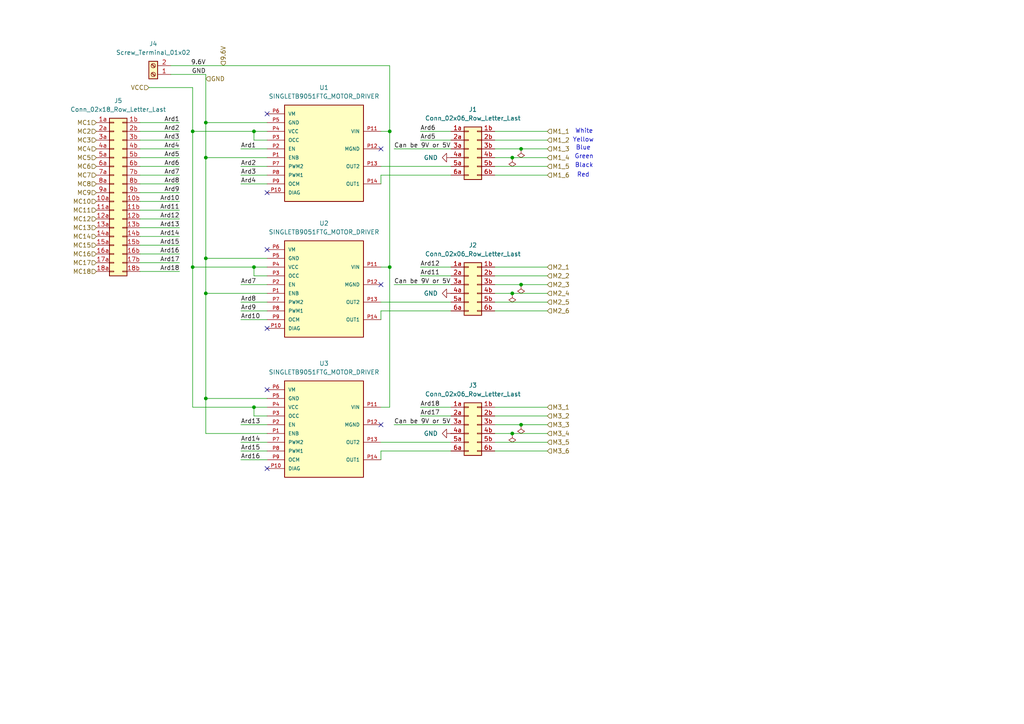
<source format=kicad_sch>
(kicad_sch (version 20250114) (generator "eeschema") (generator_version "9.0")
  (paper "A4")
  (title_block (title "Motor Controller Proto-Board"))
  (lib_symbols
    (symbol "Connector:Screw_Terminal_01x02" (pin_names (offset 1.016) (hide yes))
      (property "Reference" "J" (at 0 2.54 0))
      (property "Value" "Screw_Terminal_01x02" (at 0 -5.08 0))
      (symbol "Screw_Terminal_01x02_1_1"
        (rectangle (start -1.27 1.27) (end 1.27 -3.81) (stroke (width 0.254)) (fill (type background)))
        (polyline (pts (xy -0.5334 0.3302) (xy 0.3302 -0.508)) (stroke (width 0.1524)))
        (polyline (pts (xy -0.5334 -2.2098) (xy 0.3302 -3.048)) (stroke (width 0.1524)))
        (polyline (pts (xy -0.3556 0.508) (xy 0.508 -0.3302)) (stroke (width 0.1524)))
        (polyline (pts (xy -0.3556 -2.032) (xy 0.508 -2.8702)) (stroke (width 0.1524)))
        (circle (center 0 0) (radius 0.635) (stroke (width 0.1524)))
        (circle (center 0 -2.54) (radius 0.635) (stroke (width 0.1524)))
        (pin passive line (at -5.08 0 0) (length 3.81) (name "Pin_1") (number "1"))
        (pin passive line (at -5.08 -2.54 0) (length 3.81) (name "Pin_2") (number "2"))
      )
    )
    (symbol "Connector_Generic:Conn_02x06_Row_Letter_Last" (pin_names (offset 1.016) (hide yes))
      (property "Reference" "J" (at 1.27 7.62 0))
      (property "Value" "Conn_02x06_Row_Letter_Last" (at 1.27 -10.16 0))
      (symbol "Conn_02x06_Row_Letter_Last_1_1"
        (rectangle (start -1.27 6.35) (end 3.81 -8.89) (stroke (width 0.254)) (fill (type background)))
        (rectangle (start -1.27 5.207) (end 0 4.953) (stroke (width 0.1524)))
        (rectangle (start -1.27 2.667) (end 0 2.413) (stroke (width 0.1524)))
        (rectangle (start -1.27 0.127) (end 0 -0.127) (stroke (width 0.1524)))
        (rectangle (start -1.27 -2.413) (end 0 -2.667) (stroke (width 0.1524)))
        (rectangle (start -1.27 -4.953) (end 0 -5.207) (stroke (width 0.1524)))
        (rectangle (start -1.27 -7.493) (end 0 -7.747) (stroke (width 0.1524)))
        (rectangle (start 3.81 5.207) (end 2.54 4.953) (stroke (width 0.1524)))
        (rectangle (start 3.81 2.667) (end 2.54 2.413) (stroke (width 0.1524)))
        (rectangle (start 3.81 0.127) (end 2.54 -0.127) (stroke (width 0.1524)))
        (rectangle (start 3.81 -2.413) (end 2.54 -2.667) (stroke (width 0.1524)))
        (rectangle (start 3.81 -4.953) (end 2.54 -5.207) (stroke (width 0.1524)))
        (rectangle (start 3.81 -7.493) (end 2.54 -7.747) (stroke (width 0.1524)))
        (pin passive line (at -5.08 5.08 0) (length 3.81) (name "Pin_1a") (number "1a"))
        (pin passive line (at -5.08 2.54 0) (length 3.81) (name "Pin_2a") (number "2a"))
        (pin passive line (at -5.08 0 0) (length 3.81) (name "Pin_3a") (number "3a"))
        (pin passive line (at -5.08 -2.54 0) (length 3.81) (name "Pin_4a") (number "4a"))
        (pin passive line (at -5.08 -5.08 0) (length 3.81) (name "Pin_5a") (number "5a"))
        (pin passive line (at -5.08 -7.62 0) (length 3.81) (name "Pin_6a") (number "6a"))
        (pin passive line (at 7.62 5.08 180) (length 3.81) (name "Pin_1b") (number "1b"))
        (pin passive line (at 7.62 2.54 180) (length 3.81) (name "Pin_2b") (number "2b"))
        (pin passive line (at 7.62 0 180) (length 3.81) (name "Pin_3b") (number "3b"))
        (pin passive line (at 7.62 -2.54 180) (length 3.81) (name "Pin_4b") (number "4b"))
        (pin passive line (at 7.62 -5.08 180) (length 3.81) (name "Pin_5b") (number "5b"))
        (pin passive line (at 7.62 -7.62 180) (length 3.81) (name "Pin_6b") (number "6b"))
      )
    )
    (symbol "Connector_Generic:Conn_02x18_Row_Letter_Last" (pin_names (offset 1.016) (hide yes))
      (property "Reference" "J" (at 1.27 22.86 0))
      (property "Value" "Conn_02x18_Row_Letter_Last" (at 1.27 -25.4 0))
      (symbol "Conn_02x18_Row_Letter_Last_1_1"
        (rectangle (start -1.27 21.59) (end 3.81 -24.13) (stroke (width 0.254)) (fill (type background)))
        (rectangle (start -1.27 20.447) (end 0 20.193) (stroke (width 0.1524)))
        (rectangle (start -1.27 17.907) (end 0 17.653) (stroke (width 0.1524)))
        (rectangle (start -1.27 15.367) (end 0 15.113) (stroke (width 0.1524)))
        (rectangle (start -1.27 12.827) (end 0 12.573) (stroke (width 0.1524)))
        (rectangle (start -1.27 10.287) (end 0 10.033) (stroke (width 0.1524)))
        (rectangle (start -1.27 7.747) (end 0 7.493) (stroke (width 0.1524)))
        (rectangle (start -1.27 5.207) (end 0 4.953) (stroke (width 0.1524)))
        (rectangle (start -1.27 2.667) (end 0 2.413) (stroke (width 0.1524)))
        (rectangle (start -1.27 0.127) (end 0 -0.127) (stroke (width 0.1524)))
        (rectangle (start -1.27 -2.413) (end 0 -2.667) (stroke (width 0.1524)))
        (rectangle (start -1.27 -4.953) (end 0 -5.207) (stroke (width 0.1524)))
        (rectangle (start -1.27 -7.493) (end 0 -7.747) (stroke (width 0.1524)))
        (rectangle (start -1.27 -10.033) (end 0 -10.287) (stroke (width 0.1524)))
        (rectangle (start -1.27 -12.573) (end 0 -12.827) (stroke (width 0.1524)))
        (rectangle (start -1.27 -15.113) (end 0 -15.367) (stroke (width 0.1524)))
        (rectangle (start -1.27 -17.653) (end 0 -17.907) (stroke (width 0.1524)))
        (rectangle (start -1.27 -20.193) (end 0 -20.447) (stroke (width 0.1524)))
        (rectangle (start -1.27 -22.733) (end 0 -22.987) (stroke (width 0.1524)))
        (rectangle (start 3.81 20.447) (end 2.54 20.193) (stroke (width 0.1524)))
        (rectangle (start 3.81 17.907) (end 2.54 17.653) (stroke (width 0.1524)))
        (rectangle (start 3.81 15.367) (end 2.54 15.113) (stroke (width 0.1524)))
        (rectangle (start 3.81 12.827) (end 2.54 12.573) (stroke (width 0.1524)))
        (rectangle (start 3.81 10.287) (end 2.54 10.033) (stroke (width 0.1524)))
        (rectangle (start 3.81 7.747) (end 2.54 7.493) (stroke (width 0.1524)))
        (rectangle (start 3.81 5.207) (end 2.54 4.953) (stroke (width 0.1524)))
        (rectangle (start 3.81 2.667) (end 2.54 2.413) (stroke (width 0.1524)))
        (rectangle (start 3.81 0.127) (end 2.54 -0.127) (stroke (width 0.1524)))
        (rectangle (start 3.81 -2.413) (end 2.54 -2.667) (stroke (width 0.1524)))
        (rectangle (start 3.81 -4.953) (end 2.54 -5.207) (stroke (width 0.1524)))
        (rectangle (start 3.81 -7.493) (end 2.54 -7.747) (stroke (width 0.1524)))
        (rectangle (start 3.81 -10.033) (end 2.54 -10.287) (stroke (width 0.1524)))
        (rectangle (start 3.81 -12.573) (end 2.54 -12.827) (stroke (width 0.1524)))
        (rectangle (start 3.81 -15.113) (end 2.54 -15.367) (stroke (width 0.1524)))
        (rectangle (start 3.81 -17.653) (end 2.54 -17.907) (stroke (width 0.1524)))
        (rectangle (start 3.81 -20.193) (end 2.54 -20.447) (stroke (width 0.1524)))
        (rectangle (start 3.81 -22.733) (end 2.54 -22.987) (stroke (width 0.1524)))
        (pin passive line (at -5.08 20.32 0) (length 3.81) (name "Pin_1a") (number "1a"))
        (pin passive line (at -5.08 17.78 0) (length 3.81) (name "Pin_2a") (number "2a"))
        (pin passive line (at -5.08 15.24 0) (length 3.81) (name "Pin_3a") (number "3a"))
        (pin passive line (at -5.08 12.7 0) (length 3.81) (name "Pin_4a") (number "4a"))
        (pin passive line (at -5.08 10.16 0) (length 3.81) (name "Pin_5a") (number "5a"))
        (pin passive line (at -5.08 7.62 0) (length 3.81) (name "Pin_6a") (number "6a"))
        (pin passive line (at -5.08 5.08 0) (length 3.81) (name "Pin_7a") (number "7a"))
        (pin passive line (at -5.08 2.54 0) (length 3.81) (name "Pin_8a") (number "8a"))
        (pin passive line (at -5.08 0 0) (length 3.81) (name "Pin_9a") (number "9a"))
        (pin passive line (at -5.08 -2.54 0) (length 3.81) (name "Pin_10a") (number "10a"))
        (pin passive line (at -5.08 -5.08 0) (length 3.81) (name "Pin_11a") (number "11a"))
        (pin passive line (at -5.08 -7.62 0) (length 3.81) (name "Pin_12a") (number "12a"))
        (pin passive line (at -5.08 -10.16 0) (length 3.81) (name "Pin_13a") (number "13a"))
        (pin passive line (at -5.08 -12.7 0) (length 3.81) (name "Pin_14a") (number "14a"))
        (pin passive line (at -5.08 -15.24 0) (length 3.81) (name "Pin_15a") (number "15a"))
        (pin passive line (at -5.08 -17.78 0) (length 3.81) (name "Pin_16a") (number "16a"))
        (pin passive line (at -5.08 -20.32 0) (length 3.81) (name "Pin_17a") (number "17a"))
        (pin passive line (at -5.08 -22.86 0) (length 3.81) (name "Pin_18a") (number "18a"))
        (pin passive line (at 7.62 20.32 180) (length 3.81) (name "Pin_1b") (number "1b"))
        (pin passive line (at 7.62 17.78 180) (length 3.81) (name "Pin_2b") (number "2b"))
        (pin passive line (at 7.62 15.24 180) (length 3.81) (name "Pin_3b") (number "3b"))
        (pin passive line (at 7.62 12.7 180) (length 3.81) (name "Pin_4b") (number "4b"))
        (pin passive line (at 7.62 10.16 180) (length 3.81) (name "Pin_5b") (number "5b"))
        (pin passive line (at 7.62 7.62 180) (length 3.81) (name "Pin_6b") (number "6b"))
        (pin passive line (at 7.62 5.08 180) (length 3.81) (name "Pin_7b") (number "7b"))
        (pin passive line (at 7.62 2.54 180) (length 3.81) (name "Pin_8b") (number "8b"))
        (pin passive line (at 7.62 0 180) (length 3.81) (name "Pin_9b") (number "9b"))
        (pin passive line (at 7.62 -2.54 180) (length 3.81) (name "Pin_10b") (number "10b"))
        (pin passive line (at 7.62 -5.08 180) (length 3.81) (name "Pin_11b") (number "11b"))
        (pin passive line (at 7.62 -7.62 180) (length 3.81) (name "Pin_12b") (number "12b"))
        (pin passive line (at 7.62 -10.16 180) (length 3.81) (name "Pin_13b") (number "13b"))
        (pin passive line (at 7.62 -12.7 180) (length 3.81) (name "Pin_14b") (number "14b"))
        (pin passive line (at 7.62 -15.24 180) (length 3.81) (name "Pin_15b") (number "15b"))
        (pin passive line (at 7.62 -17.78 180) (length 3.81) (name "Pin_16b") (number "16b"))
        (pin passive line (at 7.62 -20.32 180) (length 3.81) (name "Pin_17b") (number "17b"))
        (pin passive line (at 7.62 -22.86 180) (length 3.81) (name "Pin_18b") (number "18b"))
      )
    )
    (symbol "ME3230:SINGLETB9051FTG_MOTOR_DRIVER" (pin_names (offset 1.016))
      (property "Reference" "U" (at -10.16 15.24 0))
      (property "Value" "SINGLETB9051FTG_MOTOR_DRIVER" (at -10.16 -15.24 0))
      (symbol "SINGLETB9051FTG_MOTOR_DRIVER_0_0"
        (rectangle (start -10.16 -12.7) (end 12.7 15.24) (stroke (width 0.254)) (fill (type background)))
        (pin input line (at -15.24 5.08 0) (length 5.08) (name "OCC") (number "P3"))
        (pin input line (at -15.24 2.54 0) (length 5.08) (name "EN") (number "P2"))
        (pin input line (at -15.24 0 0) (length 5.08) (name "ENB") (number "P1"))
        (pin input line (at -15.24 -2.54 0) (length 5.08) (name "PWM2") (number "P7"))
        (pin input line (at -15.24 -5.08 0) (length 5.08) (name "PWM1") (number "P8"))
        (pin output line (at -15.24 -7.62 0) (length 5.08) (name "OCM") (number "P9"))
        (pin output line (at -15.24 -10.16 0) (length 5.08) (name "DIAG") (number "P10"))
        (pin power_in line (at 17.78 2.54 180) (length 5.08) (name "MGND") (number "P12"))
        (pin bidirectional line (at 17.78 -2.54 180) (length 5.08) (name "OUT2") (number "P13"))
        (pin bidirectional line (at 17.78 -7.62 180) (length 5.08) (name "OUT1") (number "P14"))
      )
      (symbol "SINGLETB9051FTG_MOTOR_DRIVER_1_0"
        (pin power_out line (at -15.24 12.7 0) (length 5.08) (name "VM") (number "P6"))
        (pin power_in line (at -15.24 10.16 0) (length 5.08) (name "GND") (number "P5"))
        (pin power_in line (at -15.24 7.62 0) (length 5.08) (name "VCC") (number "P4"))
        (pin power_in line (at 17.78 7.62 180) (length 5.08) (name "VIN") (number "P11"))
      )
    )
    (symbol "power:GND" (power) (pin_numbers (hide yes)) (pin_names (offset 0) (hide yes))
      (property "Value" "GND" (at 0 -3.81 0))
      (symbol "GND_0_1"
        (polyline (pts (xy 0 0) (xy 0 -1.27) (xy 1.27 -1.27) (xy 0 -2.54) (xy -1.27 -1.27) (xy 0 -1.27)))
      )
      (symbol "GND_1_1"
        (pin power_in line (at 0 0 270) (length 0) (name "~") (number "1"))
      )
    )
    (symbol "power:PWR_FLAG" (power) (pin_numbers (hide yes)) (pin_names (offset 0) (hide yes))
      (property "Value" "PWR_FLAG" (at 0 3.81 0))
      (symbol "PWR_FLAG_0_0"
        (pin power_out line (at 0 0 90) (length 0) (name "~") (number "1"))
      )
      (symbol "PWR_FLAG_0_1"
        (polyline (pts (xy 0 0) (xy 0 1.27) (xy -1.016 1.905) (xy 0 2.54) (xy 1.016 1.905) (xy 0 1.27)))
      )
    )
  )
  (text "Blue" (at 169.164 42.926 0) (effects (font (size 1.27 1.27))))
  (text "Red" (at 169.164 50.8 0) (effects (font (size 1.27 1.27))))
  (text "Green" (at 169.418 45.466 0) (effects (font (size 1.27 1.27))))
  (text "Yellow" (at 169.164 40.64 0) (effects (font (size 1.27 1.27))))
  (text "White" (at 169.418 38.1 0) (effects (font (size 1.27 1.27))))
  (text "Black" (at 169.418 48.006 0) (effects (font (size 1.27 1.27))))
  (junction (at 113.03 38.1))
  (junction (at 59.69 85.09))
  (junction (at 59.69 74.93))
  (junction (at 113.03 77.47))
  (junction (at 73.66 77.47))
  (junction (at 151.13 43.18))
  (junction (at 73.66 118.11))
  (junction (at 73.66 38.1))
  (junction (at 59.69 115.57))
  (junction (at 148.59 85.09))
  (junction (at 59.69 45.72))
  (junction (at 148.59 45.72))
  (junction (at 151.13 123.19))
  (junction (at 55.88 77.47))
  (junction (at 151.13 82.55))
  (junction (at 59.69 35.56))
  (junction (at 55.88 38.1))
  (junction (at 148.59 125.73))
  (no_connect (at 77.47 55.88))
  (no_connect (at 77.47 113.03))
  (no_connect (at 77.47 95.25))
  (no_connect (at 110.49 123.19))
  (no_connect (at 77.47 33.02))
  (no_connect (at 77.47 72.39))
  (no_connect (at 77.47 135.89))
  (no_connect (at 110.49 43.18))
  (no_connect (at 110.49 82.55))
  (wire (pts (xy 69.85 128.27) (xy 77.47 128.27)))
  (wire (pts (xy 158.75 45.72) (xy 148.59 45.72)))
  (wire (pts (xy 158.75 40.64) (xy 143.51 40.64)))
  (wire (pts (xy 121.92 80.01) (xy 130.81 80.01)))
  (wire (pts (xy 69.85 130.81) (xy 77.47 130.81)))
  (wire (pts (xy 110.49 133.35) (xy 110.49 130.81)))
  (wire (pts (xy 158.75 125.73) (xy 148.59 125.73)))
  (wire (pts (xy 49.53 19.05) (xy 113.03 19.05)))
  (wire (pts (xy 77.47 123.19) (xy 69.85 123.19)))
  (wire (pts (xy 69.85 53.34) (xy 77.47 53.34)))
  (wire (pts (xy 69.85 48.26) (xy 77.47 48.26)))
  (wire (pts (xy 143.51 128.27) (xy 158.75 128.27)))
  (wire (pts (xy 73.66 120.65) (xy 77.47 120.65)))
  (wire (pts (xy 55.88 77.47) (xy 55.88 118.11)))
  (wire (pts (xy 114.3 123.19) (xy 130.81 123.19)))
  (wire (pts (xy 40.64 53.34) (xy 52.07 53.34)))
  (wire (pts (xy 110.49 87.63) (xy 130.81 87.63)))
  (wire (pts (xy 77.47 125.73) (xy 59.69 125.73)))
  (wire (pts (xy 69.85 133.35) (xy 77.47 133.35)))
  (wire (pts (xy 40.64 58.42) (xy 52.07 58.42)))
  (wire (pts (xy 55.88 38.1) (xy 55.88 25.4)))
  (wire (pts (xy 110.49 128.27) (xy 130.81 128.27)))
  (wire (pts (xy 158.75 43.18) (xy 151.13 43.18)))
  (wire (pts (xy 40.64 78.74) (xy 52.07 78.74)))
  (wire (pts (xy 59.69 21.59) (xy 59.69 35.56)))
  (wire (pts (xy 69.85 90.17) (xy 77.47 90.17)))
  (wire (pts (xy 43.18 25.4) (xy 55.88 25.4)))
  (wire (pts (xy 158.75 130.81) (xy 143.51 130.81)))
  (wire (pts (xy 158.75 85.09) (xy 148.59 85.09)))
  (wire (pts (xy 40.64 35.56) (xy 52.07 35.56)))
  (wire (pts (xy 73.66 118.11) (xy 73.66 120.65)))
  (wire (pts (xy 110.49 90.17) (xy 110.49 92.71)))
  (wire (pts (xy 121.92 120.65) (xy 130.81 120.65)))
  (wire (pts (xy 40.64 73.66) (xy 52.07 73.66)))
  (wire (pts (xy 158.75 123.19) (xy 151.13 123.19)))
  (wire (pts (xy 69.85 92.71) (xy 77.47 92.71)))
  (wire (pts (xy 110.49 90.17) (xy 130.81 90.17)))
  (wire (pts (xy 77.47 82.55) (xy 69.85 82.55)))
  (wire (pts (xy 148.59 45.72) (xy 143.51 45.72)))
  (wire (pts (xy 59.69 35.56) (xy 77.47 35.56)))
  (wire (pts (xy 121.92 77.47) (xy 130.81 77.47)))
  (wire (pts (xy 40.64 71.12) (xy 52.07 71.12)))
  (wire (pts (xy 40.64 45.72) (xy 52.07 45.72)))
  (wire (pts (xy 121.92 40.64) (xy 130.81 40.64)))
  (wire (pts (xy 158.75 38.1) (xy 143.51 38.1)))
  (wire (pts (xy 73.66 40.64) (xy 73.66 38.1)))
  (wire (pts (xy 121.92 38.1) (xy 130.81 38.1)))
  (wire (pts (xy 59.69 85.09) (xy 77.47 85.09)))
  (wire (pts (xy 59.69 115.57) (xy 77.47 115.57)))
  (wire (pts (xy 59.69 45.72) (xy 77.47 45.72)))
  (wire (pts (xy 113.03 77.47) (xy 110.49 77.47)))
  (wire (pts (xy 143.51 87.63) (xy 158.75 87.63)))
  (wire (pts (xy 59.69 35.56) (xy 59.69 45.72)))
  (wire (pts (xy 158.75 82.55) (xy 151.13 82.55)))
  (wire (pts (xy 40.64 43.18) (xy 52.07 43.18)))
  (wire (pts (xy 73.66 77.47) (xy 55.88 77.47)))
  (wire (pts (xy 40.64 40.64) (xy 52.07 40.64)))
  (wire (pts (xy 77.47 118.11) (xy 73.66 118.11)))
  (wire (pts (xy 73.66 118.11) (xy 55.88 118.11)))
  (wire (pts (xy 114.3 43.18) (xy 130.81 43.18)))
  (wire (pts (xy 40.64 66.04) (xy 52.07 66.04)))
  (wire (pts (xy 77.47 40.64) (xy 73.66 40.64)))
  (wire (pts (xy 158.75 77.47) (xy 143.51 77.47)))
  (wire (pts (xy 55.88 38.1) (xy 55.88 77.47)))
  (wire (pts (xy 113.03 38.1) (xy 113.03 77.47)))
  (wire (pts (xy 113.03 77.47) (xy 113.03 118.11)))
  (wire (pts (xy 113.03 118.11) (xy 110.49 118.11)))
  (wire (pts (xy 121.92 118.11) (xy 130.81 118.11)))
  (wire (pts (xy 77.47 80.01) (xy 73.66 80.01)))
  (wire (pts (xy 158.75 90.17) (xy 143.51 90.17)))
  (wire (pts (xy 69.85 43.18) (xy 77.47 43.18)))
  (wire (pts (xy 59.69 85.09) (xy 59.69 115.57)))
  (wire (pts (xy 158.75 118.11) (xy 143.51 118.11)))
  (wire (pts (xy 110.49 50.8) (xy 130.81 50.8)))
  (wire (pts (xy 69.85 87.63) (xy 77.47 87.63)))
  (wire (pts (xy 40.64 50.8) (xy 52.07 50.8)))
  (wire (pts (xy 77.47 77.47) (xy 73.66 77.47)))
  (wire (pts (xy 73.66 38.1) (xy 55.88 38.1)))
  (wire (pts (xy 49.53 21.59) (xy 59.69 21.59)))
  (wire (pts (xy 114.3 82.55) (xy 130.81 82.55)))
  (wire (pts (xy 59.69 74.93) (xy 59.69 85.09)))
  (wire (pts (xy 40.64 76.2) (xy 52.07 76.2)))
  (wire (pts (xy 130.81 48.26) (xy 110.49 48.26)))
  (wire (pts (xy 59.69 45.72) (xy 59.69 74.93)))
  (wire (pts (xy 151.13 123.19) (xy 143.51 123.19)))
  (wire (pts (xy 113.03 19.05) (xy 113.03 38.1)))
  (wire (pts (xy 69.85 50.8) (xy 77.47 50.8)))
  (wire (pts (xy 158.75 80.01) (xy 143.51 80.01)))
  (wire (pts (xy 40.64 48.26) (xy 52.07 48.26)))
  (wire (pts (xy 40.64 55.88) (xy 52.07 55.88)))
  (wire (pts (xy 148.59 125.73) (xy 143.51 125.73)))
  (wire (pts (xy 40.64 68.58) (xy 52.07 68.58)))
  (wire (pts (xy 151.13 43.18) (xy 143.51 43.18)))
  (wire (pts (xy 151.13 82.55) (xy 143.51 82.55)))
  (wire (pts (xy 158.75 120.65) (xy 143.51 120.65)))
  (wire (pts (xy 40.64 63.5) (xy 52.07 63.5)))
  (wire (pts (xy 113.03 38.1) (xy 110.49 38.1)))
  (wire (pts (xy 73.66 38.1) (xy 77.47 38.1)))
  (wire (pts (xy 110.49 130.81) (xy 130.81 130.81)))
  (wire (pts (xy 158.75 50.8) (xy 143.51 50.8)))
  (wire (pts (xy 59.69 125.73) (xy 59.69 115.57)))
  (wire (pts (xy 40.64 60.96) (xy 52.07 60.96)))
  (wire (pts (xy 40.64 38.1) (xy 52.07 38.1)))
  (wire (pts (xy 73.66 80.01) (xy 73.66 77.47)))
  (wire (pts (xy 110.49 50.8) (xy 110.49 53.34)))
  (wire (pts (xy 143.51 48.26) (xy 158.75 48.26)))
  (wire (pts (xy 148.59 85.09) (xy 143.51 85.09)))
  (wire (pts (xy 59.69 74.93) (xy 77.47 74.93)))
  (label "Ard7" (at 52.07 50.8 180))
  (label "Ard14" (at 69.85 128.27 0))
  (label "Ard17" (at 52.07 76.2 180))
  (label "Ard12" (at 52.07 63.5 180))
  (label "Ard4" (at 52.07 43.18 180))
  (label "Ard1" (at 69.85 43.18 0))
  (label "Ard11" (at 121.92 80.01 0))
  (label "Can be 9V or 5V" (at 114.3 82.55 0))
  (label "Ard12" (at 121.92 77.47 0))
  (label "Ard6" (at 121.92 38.1 0))
  (label "Ard15" (at 52.07 71.12 180))
  (label "Ard13" (at 69.85 123.19 0))
  (label "Ard5" (at 121.92 40.64 0))
  (label "Ard2" (at 69.85 48.26 0))
  (label "9.6V" (at 59.69 19.05 180))
  (label "Ard16" (at 52.07 73.66 180))
  (label "Ard3" (at 52.07 40.64 180))
  (label "Ard9" (at 52.07 55.88 180))
  (label "Ard15" (at 69.85 130.81 0))
  (label "Ard3" (at 69.85 50.8 0))
  (label "Ard10" (at 69.85 92.71 0))
  (label "Ard5" (at 52.07 45.72 180))
  (label "Ard7" (at 69.85 82.55 0))
  (label "Ard17" (at 121.92 120.65 0))
  (label "Can be 9V or 5V" (at 114.3 43.18 0))
  (label "Ard4" (at 69.85 53.34 0))
  (label "Ard10" (at 52.07 58.42 180))
  (label "Ard9" (at 69.85 90.17 0))
  (label "Ard8" (at 69.85 87.63 0))
  (label "Ard13" (at 52.07 66.04 180))
  (label "Ard18" (at 52.07 78.74 180))
  (label "GND" (at 59.69 21.59 180))
  (label "Ard16" (at 69.85 133.35 0))
  (label "Ard14" (at 52.07 68.58 180))
  (label "Ard11" (at 52.07 60.96 180))
  (label "Ard18" (at 121.92 118.11 0))
  (label "Ard1" (at 52.07 35.56 180))
  (label "Ard2" (at 52.07 38.1 180))
  (label "Ard8" (at 52.07 53.34 180))
  (label "Ard6" (at 52.07 48.26 180))
  (label "Can be 9V or 5V" (at 114.3 123.19 0))
  (hierarchical_label "MC14" (shape input) (at 27.94 68.58 180))
  (hierarchical_label "MC1" (shape input) (at 27.94 35.56 180))
  (hierarchical_label "MC13" (shape input) (at 27.94 66.04 180))
  (hierarchical_label "MC10" (shape input) (at 27.94 58.42 180))
  (hierarchical_label "MC16" (shape input) (at 27.94 73.66 180))
  (hierarchical_label "M1_1" (shape input) (at 158.75 38.1 0))
  (hierarchical_label "M2_6" (shape input) (at 158.75 90.17 0))
  (hierarchical_label "M2_4" (shape input) (at 158.75 85.09 0))
  (hierarchical_label "M1_4" (shape input) (at 158.75 45.72 0))
  (hierarchical_label "MC11" (shape input) (at 27.94 60.96 180))
  (hierarchical_label "MC9" (shape input) (at 27.94 55.88 180))
  (hierarchical_label "M1_5" (shape input) (at 158.75 48.26 0))
  (hierarchical_label "M1_2" (shape input) (at 158.75 40.64 0))
  (hierarchical_label "M2_5" (shape input) (at 158.75 87.63 0))
  (hierarchical_label "MC3" (shape input) (at 27.94 40.64 180))
  (hierarchical_label "GND" (shape input) (at 59.69 22.86 0))
  (hierarchical_label "M2_1" (shape input) (at 158.75 77.47 0))
  (hierarchical_label "MC7" (shape input) (at 27.94 50.8 180))
  (hierarchical_label "M3_4" (shape input) (at 158.75 125.73 0))
  (hierarchical_label "MC5" (shape input) (at 27.94 45.72 180))
  (hierarchical_label "M2_2" (shape input) (at 158.75 80.01 0))
  (hierarchical_label "MC8" (shape input) (at 27.94 53.34 180))
  (hierarchical_label "VCC" (shape input) (at 43.18 25.4 180))
  (hierarchical_label "MC12" (shape input) (at 27.94 63.5 180))
  (hierarchical_label "MC6" (shape input) (at 27.94 48.26 180))
  (hierarchical_label "M3_5" (shape input) (at 158.75 128.27 0))
  (hierarchical_label "9.6V" (shape input) (at 64.77 19.05 90))
  (hierarchical_label "M3_1" (shape input) (at 158.75 118.11 0))
  (hierarchical_label "MC15" (shape input) (at 27.94 71.12 180))
  (hierarchical_label "MC4" (shape input) (at 27.94 43.18 180))
  (hierarchical_label "M3_2" (shape input) (at 158.75 120.65 0))
  (hierarchical_label "M1_6" (shape input) (at 158.75 50.8 0))
  (hierarchical_label "MC17" (shape input) (at 27.94 76.2 180))
  (hierarchical_label "MC2" (shape input) (at 27.94 38.1 180))
  (hierarchical_label "M3_3" (shape input) (at 158.75 123.19 0))
  (hierarchical_label "M3_6" (shape input) (at 158.75 130.81 0))
  (hierarchical_label "MC18" (shape input) (at 27.94 78.74 180))
  (hierarchical_label "M2_3" (shape input) (at 158.75 82.55 0))
  (hierarchical_label "M1_3" (shape input) (at 158.75 43.18 0))
  (symbol (lib_id "ME3230:SINGLETB9051FTG_MOTOR_DRIVER") (at 92.71 45.72 0) (unit 1)
    (property "Reference" "U1" (at 93.98 25.4 0))
    (property "Value" "SINGLETB9051FTG_MOTOR_DRIVER" (at 93.98 27.94 0))
    (property "Footprint" "SINGLETB9051FTG_MOTOR_DRIVER:SINGLETB9051FTG" (effects (hide yes)))
  )
  (symbol (lib_id "ME3230:SINGLETB9051FTG_MOTOR_DRIVER") (at 92.71 85.09 0) (unit 1)
    (property "Reference" "U2" (at 93.98 64.77 0))
    (property "Value" "SINGLETB9051FTG_MOTOR_DRIVER" (at 93.98 67.31 0))
    (property "Footprint" "SINGLETB9051FTG_MOTOR_DRIVER:SINGLETB9051FTG" (effects (hide yes)))
  )
  (symbol (lib_id "power:PWR_FLAG") (at 151.13 43.18 180) (unit 1)
    (property "Reference" "#FLG05" (effects (hide yes)))
    (property "Value" "PWR_FLAG" (effects (hide yes)))
    (property "Description" "Special symbol for telling ERC where power comes from" (effects (hide yes)))
  )
  (symbol (lib_id "power:PWR_FLAG") (at 148.59 45.72 180) (unit 1)
    (property "Reference" "#FLG04" (effects (hide yes)))
    (property "Value" "PWR_FLAG" (effects (hide yes)))
    (property "Description" "Special symbol for telling ERC where power comes from" (effects (hide yes)))
  )
  (symbol (lib_id "Connector_Generic:Conn_02x06_Row_Letter_Last") (at 135.89 82.55 0) (unit 1)
    (property "Reference" "J2" (at 137.16 71.12 0))
    (property "Value" "Conn_02x06_Row_Letter_Last" (at 137.16 73.66 0))
    (property "Description" "Generic connector, double row, 02x06, row letter last pin numbering scheme (pin number consists of a letter for the row and a number for the pin index in this row. 1a, ..., Na; 1b, ..., Nb)), script generated (kicad-library-utils/schlib/autogen/connector/)" (effects (hide yes)))
  )
  (symbol (lib_id "ME3230:SINGLETB9051FTG_MOTOR_DRIVER") (at 92.71 125.73 0) (unit 1)
    (property "Reference" "U3" (at 93.98 105.41 0))
    (property "Value" "SINGLETB9051FTG_MOTOR_DRIVER" (at 93.98 107.95 0))
    (property "Footprint" "SINGLETB9051FTG_MOTOR_DRIVER:SINGLETB9051FTG" (effects (hide yes)))
  )
  (symbol (lib_id "Connector_Generic:Conn_02x18_Row_Letter_Last") (at 33.02 55.88 0) (unit 1)
    (property "Reference" "J5" (at 34.29 29.21 0))
    (property "Value" "Conn_02x18_Row_Letter_Last" (at 34.29 31.75 0))
    (property "Description" "Generic connector, double row, 02x18, row letter last pin numbering scheme (pin number consists of a letter for the row and a number for the pin index in this row. 1a, ..., Na; 1b, ..., Nb)), script generated (kicad-library-utils/schlib/autogen/connector/)" (effects (hide yes)))
  )
  (symbol (lib_id "Connector:Screw_Terminal_01x02") (at 44.45 21.59 180) (unit 1)
    (property "Reference" "J4" (at 44.45 12.7 0))
    (property "Value" "Screw_Terminal_01x02" (at 44.45 15.24 0))
    (property "Description" "Generic screw terminal, single row, 01x02, script generated (kicad-library-utils/schlib/autogen/connector/)" (effects (hide yes)))
  )
  (symbol (lib_id "power:GND") (at 130.81 125.73 270) (unit 1)
    (property "Reference" "#PWR018" (effects (hide yes)))
    (property "Value" "GND" (at 127 125.7299 90) (effects (justify right)))
    (property "Description" "Power symbol creates a global label with name \"GND\" , ground" (effects (hide yes)))
  )
  (symbol (lib_id "power:PWR_FLAG") (at 148.59 125.73 180) (unit 1)
    (property "Reference" "#FLG012" (effects (hide yes)))
    (property "Value" "PWR_FLAG" (effects (hide yes)))
    (property "Description" "Special symbol for telling ERC where power comes from" (effects (hide yes)))
  )
  (symbol (lib_id "power:PWR_FLAG") (at 151.13 123.19 180) (unit 1)
    (property "Reference" "#FLG013" (effects (hide yes)))
    (property "Value" "PWR_FLAG" (effects (hide yes)))
    (property "Description" "Special symbol for telling ERC where power comes from" (effects (hide yes)))
  )
  (symbol (lib_id "Connector_Generic:Conn_02x06_Row_Letter_Last") (at 135.89 123.19 0) (unit 1)
    (property "Reference" "J3" (at 137.16 111.76 0))
    (property "Value" "Conn_02x06_Row_Letter_Last" (at 137.16 114.3 0))
    (property "Description" "Generic connector, double row, 02x06, row letter last pin numbering scheme (pin number consists of a letter for the row and a number for the pin index in this row. 1a, ..., Na; 1b, ..., Nb)), script generated (kicad-library-utils/schlib/autogen/connector/)" (effects (hide yes)))
  )
  (symbol (lib_id "power:GND") (at 130.81 85.09 270) (unit 1)
    (property "Reference" "#PWR012" (effects (hide yes)))
    (property "Value" "GND" (at 127 85.0899 90) (effects (justify right)))
    (property "Description" "Power symbol creates a global label with name \"GND\" , ground" (effects (hide yes)))
  )
  (symbol (lib_id "power:PWR_FLAG") (at 148.59 85.09 180) (unit 1)
    (property "Reference" "#FLG08" (effects (hide yes)))
    (property "Value" "PWR_FLAG" (effects (hide yes)))
    (property "Description" "Special symbol for telling ERC where power comes from" (effects (hide yes)))
  )
  (symbol (lib_id "power:GND") (at 130.81 45.72 270) (unit 1)
    (property "Reference" "#PWR09" (effects (hide yes)))
    (property "Value" "GND" (at 127 45.7199 90) (effects (justify right)))
    (property "Description" "Power symbol creates a global label with name \"GND\" , ground" (effects (hide yes)))
  )
  (symbol (lib_id "Connector_Generic:Conn_02x06_Row_Letter_Last") (at 135.89 43.18 0) (unit 1)
    (property "Reference" "J1" (at 137.16 31.75 0))
    (property "Value" "Conn_02x06_Row_Letter_Last" (at 137.16 34.29 0))
    (property "Description" "Generic connector, double row, 02x06, row letter last pin numbering scheme (pin number consists of a letter for the row and a number for the pin index in this row. 1a, ..., Na; 1b, ..., Nb)), script generated (kicad-library-utils/schlib/autogen/connector/)" (effects (hide yes)))
  )
  (symbol (lib_id "power:PWR_FLAG") (at 151.13 82.55 180) (unit 1)
    (property "Reference" "#FLG09" (effects (hide yes)))
    (property "Value" "PWR_FLAG" (effects (hide yes)))
    (property "Description" "Special symbol for telling ERC where power comes from" (effects (hide yes)))
  )
)
</source>
